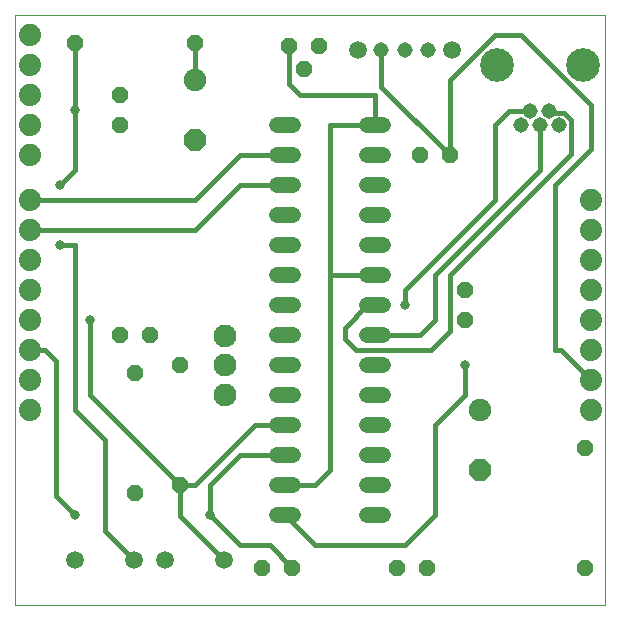
<source format=gtl>
G75*
%MOIN*%
%OFA0B0*%
%FSLAX25Y25*%
%IPPOS*%
%LPD*%
%AMOC8*
5,1,8,0,0,1.08239X$1,22.5*
%
%ADD10C,0.00000*%
%ADD11OC8,0.05200*%
%ADD12C,0.07500*%
%ADD13OC8,0.07500*%
%ADD14C,0.07400*%
%ADD15C,0.05937*%
%ADD16C,0.05200*%
%ADD17C,0.07600*%
%ADD18C,0.05150*%
%ADD19C,0.11220*%
%ADD20C,0.01600*%
%ADD21C,0.03169*%
D10*
X0001800Y0002000D02*
X0001800Y0198850D01*
X0198650Y0198850D01*
X0198650Y0002000D01*
X0001800Y0002000D01*
D11*
X0041800Y0039500D03*
X0056800Y0042000D03*
X0084300Y0014500D03*
X0094300Y0014500D03*
X0129300Y0014500D03*
X0139300Y0014500D03*
X0191800Y0014500D03*
X0191800Y0054500D03*
X0151800Y0097000D03*
X0151800Y0107000D03*
X0146800Y0152000D03*
X0136800Y0152000D03*
X0103050Y0188250D03*
X0098050Y0180750D03*
X0093050Y0188250D03*
X0061800Y0189500D03*
X0036800Y0172000D03*
X0036800Y0162000D03*
X0021800Y0189500D03*
X0036800Y0092000D03*
X0046800Y0092000D03*
X0056800Y0082000D03*
X0041800Y0079500D03*
D12*
X0061800Y0177000D03*
X0156800Y0067000D03*
D13*
X0156800Y0047000D03*
X0061800Y0157000D03*
D14*
X0006800Y0152000D03*
X0006800Y0162000D03*
X0006800Y0172000D03*
X0006800Y0182000D03*
X0006800Y0192000D03*
X0006800Y0137000D03*
X0006800Y0127000D03*
X0006800Y0117000D03*
X0006800Y0107000D03*
X0006800Y0097000D03*
X0006800Y0087000D03*
X0006800Y0077000D03*
X0006800Y0067000D03*
X0193800Y0067000D03*
X0193800Y0077000D03*
X0193800Y0087000D03*
X0193800Y0097000D03*
X0193800Y0107000D03*
X0193800Y0117000D03*
X0193800Y0127000D03*
X0193800Y0137000D03*
D15*
X0147548Y0187000D03*
X0116052Y0187000D03*
X0071643Y0017000D03*
X0051957Y0017000D03*
X0041643Y0017000D03*
X0021957Y0017000D03*
D16*
X0089200Y0032000D02*
X0094400Y0032000D01*
X0094400Y0042000D02*
X0089200Y0042000D01*
X0089200Y0052000D02*
X0094400Y0052000D01*
X0094400Y0062000D02*
X0089200Y0062000D01*
X0089200Y0072000D02*
X0094400Y0072000D01*
X0094400Y0082000D02*
X0089200Y0082000D01*
X0089200Y0092000D02*
X0094400Y0092000D01*
X0094400Y0102000D02*
X0089200Y0102000D01*
X0089200Y0112000D02*
X0094400Y0112000D01*
X0094400Y0122000D02*
X0089200Y0122000D01*
X0089200Y0132000D02*
X0094400Y0132000D01*
X0094400Y0142000D02*
X0089200Y0142000D01*
X0089200Y0152000D02*
X0094400Y0152000D01*
X0094400Y0162000D02*
X0089200Y0162000D01*
X0119200Y0162000D02*
X0124400Y0162000D01*
X0124400Y0152000D02*
X0119200Y0152000D01*
X0119200Y0142000D02*
X0124400Y0142000D01*
X0124400Y0132000D02*
X0119200Y0132000D01*
X0119200Y0122000D02*
X0124400Y0122000D01*
X0124400Y0112000D02*
X0119200Y0112000D01*
X0119200Y0102000D02*
X0124400Y0102000D01*
X0124400Y0092000D02*
X0119200Y0092000D01*
X0119200Y0082000D02*
X0124400Y0082000D01*
X0124400Y0072000D02*
X0119200Y0072000D01*
X0119200Y0062000D02*
X0124400Y0062000D01*
X0124400Y0052000D02*
X0119200Y0052000D01*
X0119200Y0042000D02*
X0124400Y0042000D01*
X0124400Y0032000D02*
X0119200Y0032000D01*
D17*
X0071800Y0072157D03*
X0071800Y0082000D03*
X0071800Y0091843D03*
D18*
X0123926Y0187000D03*
X0131800Y0187000D03*
X0139674Y0187000D03*
X0170501Y0161921D03*
X0173650Y0166646D03*
X0176800Y0161921D03*
X0179950Y0166646D03*
X0183099Y0161921D03*
D19*
X0191170Y0182000D03*
X0162430Y0182000D03*
D20*
X0161800Y0192000D02*
X0170550Y0192000D01*
X0193850Y0168700D01*
X0193850Y0154050D01*
X0181800Y0142000D01*
X0181800Y0087000D01*
X0183800Y0087000D01*
X0193800Y0077000D01*
X0151800Y0072000D02*
X0141800Y0062000D01*
X0141800Y0032000D01*
X0131800Y0022000D01*
X0101800Y0022000D01*
X0091800Y0032000D01*
X0091800Y0042000D02*
X0101800Y0042000D01*
X0106800Y0047000D01*
X0106800Y0112000D01*
X0121800Y0112000D01*
X0121800Y0102000D02*
X0119300Y0102000D01*
X0111800Y0094500D01*
X0111800Y0090750D01*
X0115550Y0087000D01*
X0140550Y0087000D01*
X0146800Y0093250D01*
X0146800Y0112000D01*
X0187274Y0152474D01*
X0187274Y0163651D01*
X0184828Y0166096D01*
X0180499Y0166096D01*
X0179950Y0166646D01*
X0176800Y0161921D02*
X0176800Y0147000D01*
X0141800Y0112000D01*
X0141800Y0097000D01*
X0136800Y0092000D01*
X0121800Y0092000D01*
X0131800Y0102000D02*
X0131800Y0107000D01*
X0161800Y0137000D01*
X0161800Y0162000D01*
X0166446Y0166646D01*
X0173650Y0166646D01*
X0161800Y0192000D02*
X0146800Y0177000D01*
X0146800Y0152000D01*
X0123926Y0174874D01*
X0123926Y0187000D01*
X0121800Y0172000D02*
X0121800Y0162000D01*
X0106800Y0162000D01*
X0106800Y0112000D01*
X0091800Y0142000D02*
X0076800Y0142000D01*
X0061800Y0127000D01*
X0006800Y0127000D01*
X0006800Y0137000D02*
X0061800Y0137000D01*
X0076800Y0152000D01*
X0091800Y0152000D01*
X0096800Y0172000D02*
X0121800Y0172000D01*
X0096800Y0172000D02*
X0093050Y0175750D01*
X0093050Y0188250D01*
X0061800Y0189500D02*
X0061800Y0177000D01*
X0021800Y0167000D02*
X0021800Y0147000D01*
X0016800Y0142000D01*
X0016800Y0122000D02*
X0021800Y0122000D01*
X0021800Y0067000D01*
X0031800Y0057000D01*
X0031800Y0026843D01*
X0041643Y0017000D01*
X0056800Y0031843D02*
X0071643Y0017000D01*
X0076800Y0022000D02*
X0066800Y0032000D01*
X0066800Y0042000D01*
X0076800Y0052000D01*
X0091800Y0052000D01*
X0091800Y0062000D02*
X0081800Y0062000D01*
X0061800Y0042000D01*
X0056800Y0042000D01*
X0056800Y0031843D01*
X0056800Y0042000D02*
X0026800Y0072000D01*
X0026800Y0097000D01*
X0015550Y0083250D02*
X0015550Y0038250D01*
X0021800Y0032000D01*
X0015550Y0083250D02*
X0011800Y0087000D01*
X0006800Y0087000D01*
X0076800Y0022000D02*
X0086800Y0022000D01*
X0094300Y0014500D01*
X0151800Y0072000D02*
X0151800Y0082000D01*
X0021800Y0167000D02*
X0021800Y0189500D01*
D21*
X0021800Y0167000D03*
X0016800Y0142000D03*
X0016800Y0122000D03*
X0026800Y0097000D03*
X0021800Y0032000D03*
X0066800Y0032000D03*
X0131800Y0102000D03*
X0151800Y0082000D03*
M02*

</source>
